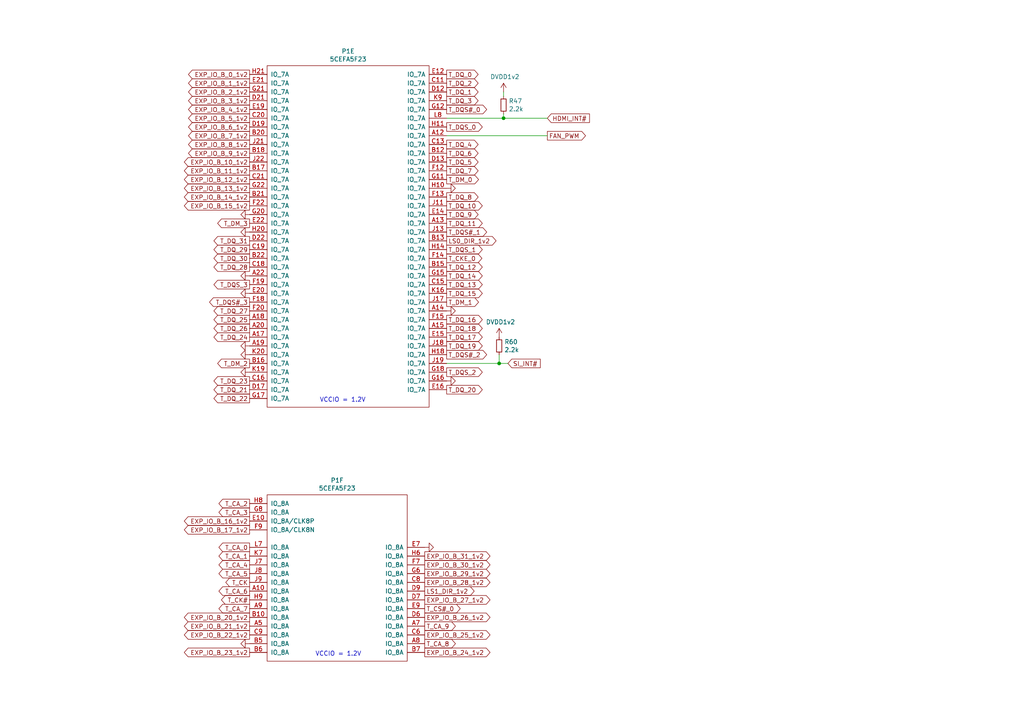
<source format=kicad_sch>
(kicad_sch (version 20250114) (generator "eeschema") (generator_version "9.0")
  (paper "A4")
  (title_block (title "OSSC Pro") (date "2024-05-26") (rev "1.6"))
  (text "VCCIO = 1.2V" (at 91.44 190.5 0) (effects (font (size 1.27 1.27)) (justify left bottom)))
  (text "VCCIO = 1.2V" (at 92.71 116.84 0) (effects (font (size 1.27 1.27)) (justify left bottom)))
  (junction (at 146.05 34.29))
  (junction (at 144.78 105.41))
  (wire (pts (xy 129.54 39.37) (xy 158.75 39.37)))
  (wire (pts (xy 158.75 34.29) (xy 146.05 34.29)))
  (wire (pts (xy 129.54 105.41) (xy 144.78 105.41)))
  (wire (pts (xy 146.05 33.02) (xy 146.05 34.29)))
  (wire (pts (xy 146.05 27.94) (xy 146.05 26.67)))
  (wire (pts (xy 144.78 105.41) (xy 144.78 102.87)))
  (wire (pts (xy 144.78 105.41) (xy 147.32 105.41)))
  (wire (pts (xy 146.05 34.29) (xy 129.54 34.29)))
  (global_label "EXP_IO_B_1_1v2" (shape output) (at 72.39 24.13 180) (property "Intersheetrefs" "${INTERSHEET_REFS}" (effects (hide yes))))
  (global_label "T_DQ_16" (shape output) (at 129.54 92.71 0) (property "Intersheetrefs" "${INTERSHEET_REFS}" (effects (hide yes))))
  (global_label "EXP_IO_B_29_1v2" (shape output) (at 123.19 166.37 0) (property "Intersheetrefs" "${INTERSHEET_REFS}" (effects (hide yes))))
  (global_label "HDMI_INT#" (shape input) (at 158.75 34.29 0) (property "Intersheetrefs" "${INTERSHEET_REFS}" (effects (hide yes))))
  (global_label "T_DQ_4" (shape output) (at 129.54 41.91 0) (property "Intersheetrefs" "${INTERSHEET_REFS}" (effects (hide yes))))
  (global_label "EXP_IO_B_30_1v2" (shape output) (at 123.19 163.83 0) (property "Intersheetrefs" "${INTERSHEET_REFS}" (effects (hide yes))))
  (global_label "EXP_IO_B_4_1v2" (shape output) (at 72.39 31.75 180) (property "Intersheetrefs" "${INTERSHEET_REFS}" (effects (hide yes))))
  (global_label "EXP_IO_B_21_1v2" (shape output) (at 72.39 181.61 180) (property "Intersheetrefs" "${INTERSHEET_REFS}" (effects (hide yes))))
  (global_label "T_DQ_15" (shape output) (at 129.54 85.09 0) (property "Intersheetrefs" "${INTERSHEET_REFS}" (effects (hide yes))))
  (global_label "T_CA_5" (shape output) (at 72.39 166.37 180) (property "Intersheetrefs" "${INTERSHEET_REFS}" (effects (hide yes))))
  (global_label "EXP_IO_B_24_1v2" (shape output) (at 123.19 189.23 0) (property "Intersheetrefs" "${INTERSHEET_REFS}" (effects (hide yes))))
  (global_label "T_DQ_23" (shape output) (at 72.39 110.49 180) (property "Intersheetrefs" "${INTERSHEET_REFS}" (effects (hide yes))))
  (global_label "T_DQ_18" (shape output) (at 129.54 95.25 0) (property "Intersheetrefs" "${INTERSHEET_REFS}" (effects (hide yes))))
  (global_label "EXP_IO_B_2_1v2" (shape output) (at 72.39 26.67 180) (property "Intersheetrefs" "${INTERSHEET_REFS}" (effects (hide yes))))
  (global_label "T_CA_3" (shape output) (at 72.39 148.59 180) (property "Intersheetrefs" "${INTERSHEET_REFS}" (effects (hide yes))))
  (global_label "EXP_IO_B_6_1v2" (shape output) (at 72.39 36.83 180) (property "Intersheetrefs" "${INTERSHEET_REFS}" (effects (hide yes))))
  (global_label "T_DQ_1" (shape output) (at 129.54 26.67 0) (property "Intersheetrefs" "${INTERSHEET_REFS}" (effects (hide yes))))
  (global_label "EXP_IO_B_31_1v2" (shape output) (at 123.19 161.29 0) (property "Intersheetrefs" "${INTERSHEET_REFS}" (effects (hide yes))))
  (global_label "EXP_IO_B_5_1v2" (shape output) (at 72.39 34.29 180) (property "Intersheetrefs" "${INTERSHEET_REFS}" (effects (hide yes))))
  (global_label "T_DQ_12" (shape output) (at 129.54 77.47 0) (property "Intersheetrefs" "${INTERSHEET_REFS}" (effects (hide yes))))
  (global_label "EXP_IO_B_3_1v2" (shape output) (at 72.39 29.21 180) (property "Intersheetrefs" "${INTERSHEET_REFS}" (effects (hide yes))))
  (global_label "T_CA_6" (shape output) (at 72.39 171.45 180) (property "Intersheetrefs" "${INTERSHEET_REFS}" (effects (hide yes))))
  (global_label "T_DQ_30" (shape output) (at 72.39 74.93 180) (property "Intersheetrefs" "${INTERSHEET_REFS}" (effects (hide yes))))
  (global_label "T_DM_3" (shape output) (at 72.39 64.77 180) (property "Intersheetrefs" "${INTERSHEET_REFS}" (effects (hide yes))))
  (global_label "T_DM_2" (shape output) (at 72.39 105.41 180) (property "Intersheetrefs" "${INTERSHEET_REFS}" (effects (hide yes))))
  (global_label "T_DQS#_1" (shape output) (at 129.54 67.31 0) (property "Intersheetrefs" "${INTERSHEET_REFS}" (effects (hide yes))))
  (global_label "T_DQ_24" (shape output) (at 72.39 97.79 180) (property "Intersheetrefs" "${INTERSHEET_REFS}" (effects (hide yes))))
  (global_label "T_CA_0" (shape output) (at 72.39 158.75 180) (property "Intersheetrefs" "${INTERSHEET_REFS}" (effects (hide yes))))
  (global_label "EXP_IO_B_26_1v2" (shape output) (at 123.19 179.07 0) (property "Intersheetrefs" "${INTERSHEET_REFS}" (effects (hide yes))))
  (global_label "SI_INT#" (shape input) (at 147.32 105.41 0) (property "Intersheetrefs" "${INTERSHEET_REFS}" (effects (hide yes))))
  (global_label "T_CS#_0" (shape output) (at 123.19 176.53 0) (property "Intersheetrefs" "${INTERSHEET_REFS}" (effects (hide yes))))
  (global_label "T_DQ_8" (shape output) (at 129.54 57.15 0) (property "Intersheetrefs" "${INTERSHEET_REFS}" (effects (hide yes))))
  (global_label "T_DQS_2" (shape output) (at 129.54 107.95 0) (property "Intersheetrefs" "${INTERSHEET_REFS}" (effects (hide yes))))
  (global_label "EXP_IO_B_14_1v2" (shape output) (at 72.39 57.15 180) (property "Intersheetrefs" "${INTERSHEET_REFS}" (effects (hide yes))))
  (global_label "T_DQS_0" (shape output) (at 129.54 36.83 0) (property "Intersheetrefs" "${INTERSHEET_REFS}" (effects (hide yes))))
  (global_label "EXP_IO_B_10_1v2" (shape output) (at 72.39 46.99 180) (property "Intersheetrefs" "${INTERSHEET_REFS}" (effects (hide yes))))
  (global_label "LS1_DIR_1v2" (shape output) (at 123.19 171.45 0) (property "Intersheetrefs" "${INTERSHEET_REFS}" (effects (hide yes))))
  (global_label "EXP_IO_B_27_1v2" (shape output) (at 123.19 173.99 0) (property "Intersheetrefs" "${INTERSHEET_REFS}" (effects (hide yes))))
  (global_label "EXP_IO_B_20_1v2" (shape output) (at 72.39 179.07 180) (property "Intersheetrefs" "${INTERSHEET_REFS}" (effects (hide yes))))
  (global_label "T_DQ_9" (shape output) (at 129.54 62.23 0) (property "Intersheetrefs" "${INTERSHEET_REFS}" (effects (hide yes))))
  (global_label "EXP_IO_B_16_1v2" (shape output) (at 72.39 151.13 180) (property "Intersheetrefs" "${INTERSHEET_REFS}" (effects (hide yes))))
  (global_label "T_DQS_1" (shape output) (at 129.54 72.39 0) (property "Intersheetrefs" "${INTERSHEET_REFS}" (effects (hide yes))))
  (global_label "T_DQ_13" (shape output) (at 129.54 82.55 0) (property "Intersheetrefs" "${INTERSHEET_REFS}" (effects (hide yes))))
  (global_label "T_DQ_17" (shape output) (at 129.54 97.79 0) (property "Intersheetrefs" "${INTERSHEET_REFS}" (effects (hide yes))))
  (global_label "T_CA_1" (shape output) (at 72.39 161.29 180) (property "Intersheetrefs" "${INTERSHEET_REFS}" (effects (hide yes))))
  (global_label "EXP_IO_B_12_1v2" (shape output) (at 72.39 52.07 180) (property "Intersheetrefs" "${INTERSHEET_REFS}" (effects (hide yes))))
  (global_label "EXP_IO_B_11_1v2" (shape output) (at 72.39 49.53 180) (property "Intersheetrefs" "${INTERSHEET_REFS}" (effects (hide yes))))
  (global_label "T_CA_2" (shape output) (at 72.39 146.05 180) (property "Intersheetrefs" "${INTERSHEET_REFS}" (effects (hide yes))))
  (global_label "T_DM_0" (shape output) (at 129.54 52.07 0) (property "Intersheetrefs" "${INTERSHEET_REFS}" (effects (hide yes))))
  (global_label "EXP_IO_B_8_1v2" (shape output) (at 72.39 41.91 180) (property "Intersheetrefs" "${INTERSHEET_REFS}" (effects (hide yes))))
  (global_label "T_DQ_21" (shape output) (at 72.39 113.03 180) (property "Intersheetrefs" "${INTERSHEET_REFS}" (effects (hide yes))))
  (global_label "T_DQS#_2" (shape output) (at 129.54 102.87 0) (property "Intersheetrefs" "${INTERSHEET_REFS}" (effects (hide yes))))
  (global_label "T_DQ_26" (shape output) (at 72.39 95.25 180) (property "Intersheetrefs" "${INTERSHEET_REFS}" (effects (hide yes))))
  (global_label "T_DQ_7" (shape output) (at 129.54 49.53 0) (property "Intersheetrefs" "${INTERSHEET_REFS}" (effects (hide yes))))
  (global_label "FAN_PWM" (shape output) (at 158.75 39.37 0) (property "Intersheetrefs" "${INTERSHEET_REFS}" (effects (hide yes))))
  (global_label "T_DQ_10" (shape output) (at 129.54 59.69 0) (property "Intersheetrefs" "${INTERSHEET_REFS}" (effects (hide yes))))
  (global_label "EXP_IO_B_15_1v2" (shape output) (at 72.39 59.69 180) (property "Intersheetrefs" "${INTERSHEET_REFS}" (effects (hide yes))))
  (global_label "T_DQ_19" (shape output) (at 129.54 100.33 0) (property "Intersheetrefs" "${INTERSHEET_REFS}" (effects (hide yes))))
  (global_label "EXP_IO_B_28_1v2" (shape output) (at 123.19 168.91 0) (property "Intersheetrefs" "${INTERSHEET_REFS}" (effects (hide yes))))
  (global_label "T_DQ_0" (shape output) (at 129.54 21.59 0) (property "Intersheetrefs" "${INTERSHEET_REFS}" (effects (hide yes))))
  (global_label "T_DQ_25" (shape output) (at 72.39 92.71 180) (property "Intersheetrefs" "${INTERSHEET_REFS}" (effects (hide yes))))
  (global_label "T_DQS_3" (shape output) (at 72.39 82.55 180) (property "Intersheetrefs" "${INTERSHEET_REFS}" (effects (hide yes))))
  (global_label "EXP_IO_B_17_1v2" (shape output) (at 72.39 153.67 180) (property "Intersheetrefs" "${INTERSHEET_REFS}" (effects (hide yes))))
  (global_label "T_DQ_2" (shape output) (at 129.54 24.13 0) (property "Intersheetrefs" "${INTERSHEET_REFS}" (effects (hide yes))))
  (global_label "T_DM_1" (shape output) (at 129.54 87.63 0) (property "Intersheetrefs" "${INTERSHEET_REFS}" (effects (hide yes))))
  (global_label "T_CK" (shape output) (at 72.39 168.91 180) (property "Intersheetrefs" "${INTERSHEET_REFS}" (effects (hide yes))))
  (global_label "T_DQ_3" (shape output) (at 129.54 29.21 0) (property "Intersheetrefs" "${INTERSHEET_REFS}" (effects (hide yes))))
  (global_label "T_CA_7" (shape output) (at 72.39 176.53 180) (property "Intersheetrefs" "${INTERSHEET_REFS}" (effects (hide yes))))
  (global_label "T_DQ_27" (shape output) (at 72.39 90.17 180) (property "Intersheetrefs" "${INTERSHEET_REFS}" (effects (hide yes))))
  (global_label "T_DQ_11" (shape output) (at 129.54 64.77 0) (property "Intersheetrefs" "${INTERSHEET_REFS}" (effects (hide yes))))
  (global_label "T_DQ_28" (shape output) (at 72.39 77.47 180) (property "Intersheetrefs" "${INTERSHEET_REFS}" (effects (hide yes))))
  (global_label "T_DQS#_3" (shape output) (at 72.39 87.63 180) (property "Intersheetrefs" "${INTERSHEET_REFS}" (effects (hide yes))))
  (global_label "EXP_IO_B_0_1v2" (shape output) (at 72.39 21.59 180) (property "Intersheetrefs" "${INTERSHEET_REFS}" (effects (hide yes))))
  (global_label "T_CKE_0" (shape output) (at 129.54 74.93 0) (property "Intersheetrefs" "${INTERSHEET_REFS}" (effects (hide yes))))
  (global_label "T_DQS#_0" (shape output) (at 129.54 31.75 0) (property "Intersheetrefs" "${INTERSHEET_REFS}" (effects (hide yes))))
  (global_label "T_CA_8" (shape output) (at 123.19 186.69 0) (property "Intersheetrefs" "${INTERSHEET_REFS}" (effects (hide yes))))
  (global_label "T_DQ_5" (shape output) (at 129.54 46.99 0) (property "Intersheetrefs" "${INTERSHEET_REFS}" (effects (hide yes))))
  (global_label "EXP_IO_B_7_1v2" (shape output) (at 72.39 39.37 180) (property "Intersheetrefs" "${INTERSHEET_REFS}" (effects (hide yes))))
  (global_label "T_DQ_22" (shape output) (at 72.39 115.57 180) (property "Intersheetrefs" "${INTERSHEET_REFS}" (effects (hide yes))))
  (global_label "T_CA_4" (shape output) (at 72.39 163.83 180) (property "Intersheetrefs" "${INTERSHEET_REFS}" (effects (hide yes))))
  (global_label "T_DQ_31" (shape output) (at 72.39 69.85 180) (property "Intersheetrefs" "${INTERSHEET_REFS}" (effects (hide yes))))
  (global_label "T_DQ_29" (shape output) (at 72.39 72.39 180) (property "Intersheetrefs" "${INTERSHEET_REFS}" (effects (hide yes))))
  (global_label "LS0_DIR_1v2" (shape output) (at 129.54 69.85 0) (property "Intersheetrefs" "${INTERSHEET_REFS}" (effects (hide yes))))
  (global_label "T_DQ_14" (shape output) (at 129.54 80.01 0) (property "Intersheetrefs" "${INTERSHEET_REFS}" (effects (hide yes))))
  (global_label "T_DQ_6" (shape output) (at 129.54 44.45 0) (property "Intersheetrefs" "${INTERSHEET_REFS}" (effects (hide yes))))
  (global_label "T_CK#" (shape output) (at 72.39 173.99 180) (property "Intersheetrefs" "${INTERSHEET_REFS}" (effects (hide yes))))
  (global_label "EXP_IO_B_13_1v2" (shape output) (at 72.39 54.61 180) (property "Intersheetrefs" "${INTERSHEET_REFS}" (effects (hide yes))))
  (global_label "EXP_IO_B_9_1v2" (shape output) (at 72.39 44.45 180) (property "Intersheetrefs" "${INTERSHEET_REFS}" (effects (hide yes))))
  (global_label "T_CA_9" (shape output) (at 123.19 181.61 0) (property "Intersheetrefs" "${INTERSHEET_REFS}" (effects (hide yes))))
  (global_label "EXP_IO_B_25_1v2" (shape output) (at 123.19 184.15 0) (property "Intersheetrefs" "${INTERSHEET_REFS}" (effects (hide yes))))
  (global_label "T_DQ_20" (shape output) (at 129.54 113.03 0) (property "Intersheetrefs" "${INTERSHEET_REFS}" (effects (hide yes))))
  (global_label "EXP_IO_B_23_1v2" (shape output) (at 72.39 189.23 180) (property "Intersheetrefs" "${INTERSHEET_REFS}" (effects (hide yes))))
  (global_label "EXP_IO_B_22_1v2" (shape output) (at 72.39 184.15 180) (property "Intersheetrefs" "${INTERSHEET_REFS}" (effects (hide yes))))
  (symbol (lib_id "power:GND") (at 72.39 62.23 270) (unit 1)
    (property "Reference" "#PWR0246" (effects (hide yes)))
    (property "Value" "GND" (effects (hide yes)))
  )
  (symbol (lib_id "power:GND") (at 72.39 67.31 270) (unit 1)
    (property "Reference" "#PWR0247" (effects (hide yes)))
    (property "Value" "GND" (effects (hide yes)))
  )
  (symbol (lib_id "power:GND") (at 72.39 80.01 270) (unit 1)
    (property "Reference" "#PWR0248" (effects (hide yes)))
    (property "Value" "GND" (effects (hide yes)))
  )
  (symbol (lib_id "power:GND") (at 72.39 85.09 270) (unit 1)
    (property "Reference" "#PWR0249" (effects (hide yes)))
    (property "Value" "GND" (effects (hide yes)))
  )
  (symbol (lib_id "power:GND") (at 72.39 100.33 270) (unit 1)
    (property "Reference" "#PWR0250" (effects (hide yes)))
    (property "Value" "GND" (effects (hide yes)))
  )
  (symbol (lib_id "power:GND") (at 72.39 102.87 270) (unit 1)
    (property "Reference" "#PWR0251" (effects (hide yes)))
    (property "Value" "GND" (effects (hide yes)))
  )
  (symbol (lib_id "power:GND") (at 72.39 107.95 270) (unit 1)
    (property "Reference" "#PWR0252" (effects (hide yes)))
    (property "Value" "GND" (effects (hide yes)))
  )
  (symbol (lib_id "power:GND") (at 129.54 110.49 90) (unit 1)
    (property "Reference" "#PWR0253" (effects (hide yes)))
    (property "Value" "GND" (effects (hide yes)))
  )
  (symbol (lib_id "power:GND") (at 129.54 90.17 90) (unit 1)
    (property "Reference" "#PWR0254" (effects (hide yes)))
    (property "Value" "GND" (effects (hide yes)))
  )
  (symbol (lib_id "Device:R_Small") (at 144.78 100.33 0) (unit 1)
    (property "Reference" "R60" (at 146.2786 99.1616 0) (effects (justify left)))
    (property "Value" "2.2k" (at 146.2786 101.473 0) (effects (justify left)))
    (property "Footprint" "Resistor_SMD:R_0402_1005Metric" (effects (hide yes)))
  )
  (symbol (lib_id "custom_components:DVDD1v2") (at 144.78 97.79 0) (unit 1)
    (property "Reference" "#PWR0255" (effects (hide yes)))
    (property "Value" "DVDD1v2" (at 145.161 93.3958 0))
  )
  (symbol (lib_id "power:GND") (at 129.54 54.61 90) (unit 1)
    (property "Reference" "#PWR0256" (effects (hide yes)))
    (property "Value" "GND" (effects (hide yes)))
  )
  (symbol (lib_id "custom_components:5CEFA5F23") (at 101.6 67.31 0) (unit 5)
    (property "Reference" "P1" (at 100.965 14.859 0))
    (property "Value" "5CEFA5F23" (at 100.965 17.1704 0))
    (property "Footprint" "custom_components:5CEFA5F23" (effects (hide yes)))
  )
  (symbol (lib_id "custom_components:DVDD1v2") (at 146.05 26.67 0) (unit 1)
    (property "Reference" "#PWR0257" (effects (hide yes)))
    (property "Value" "DVDD1v2" (at 146.431 22.2758 0))
  )
  (symbol (lib_id "custom_components:5CEFA5F23") (at 97.79 167.64 0) (unit 6)
    (property "Reference" "P1" (at 97.79 139.319 0))
    (property "Value" "5CEFA5F23" (at 97.79 141.6304 0))
    (property "Footprint" "custom_components:5CEFA5F23" (effects (hide yes)))
  )
  (symbol (lib_id "power:GND") (at 72.39 186.69 270) (unit 1)
    (property "Reference" "#PWR0258" (effects (hide yes)))
    (property "Value" "GND" (effects (hide yes)))
  )
  (symbol (lib_id "power:GND") (at 123.19 158.75 90) (unit 1)
    (property "Reference" "#PWR0259" (effects (hide yes)))
    (property "Value" "GND" (effects (hide yes)))
  )
  (symbol (lib_id "Device:R_Small") (at 146.05 30.48 0) (unit 1)
    (property "Reference" "R47" (at 147.5486 29.3116 0) (effects (justify left)))
    (property "Value" "2.2k" (at 147.5486 31.623 0) (effects (justify left)))
    (property "Footprint" "Resistor_SMD:R_0402_1005Metric" (effects (hide yes)))
  )
)
</source>
